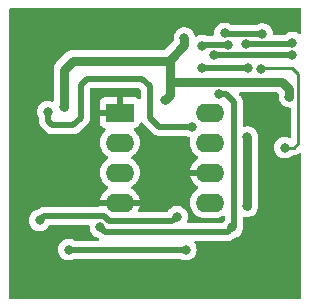
<source format=gbr>
G04 #@! TF.GenerationSoftware,KiCad,Pcbnew,7.0.10*
G04 #@! TF.CreationDate,2024-04-16T19:30:50+12:00*
G04 #@! TF.ProjectId,KiwiEFIvr1815_0.1,4b697769-4546-4497-9672-313831355f30,rev?*
G04 #@! TF.SameCoordinates,Original*
G04 #@! TF.FileFunction,Copper,L2,Bot*
G04 #@! TF.FilePolarity,Positive*
%FSLAX46Y46*%
G04 Gerber Fmt 4.6, Leading zero omitted, Abs format (unit mm)*
G04 Created by KiCad (PCBNEW 7.0.10) date 2024-04-16 19:30:50*
%MOMM*%
%LPD*%
G01*
G04 APERTURE LIST*
G04 #@! TA.AperFunction,ComponentPad*
%ADD10O,2.400000X1.600000*%
G04 #@! TD*
G04 #@! TA.AperFunction,ComponentPad*
%ADD11R,2.400000X1.600000*%
G04 #@! TD*
G04 #@! TA.AperFunction,ViaPad*
%ADD12C,0.800000*%
G04 #@! TD*
G04 #@! TA.AperFunction,Conductor*
%ADD13C,0.500000*%
G04 #@! TD*
G04 #@! TA.AperFunction,Conductor*
%ADD14C,0.800000*%
G04 #@! TD*
G04 #@! TA.AperFunction,Conductor*
%ADD15C,0.250000*%
G04 #@! TD*
G04 APERTURE END LIST*
D10*
X128140000Y-84020000D03*
X120520000Y-91640000D03*
X128140000Y-86560000D03*
X120520000Y-89100000D03*
X128140000Y-89100000D03*
X120520000Y-86560000D03*
X128140000Y-91640000D03*
D11*
X120520000Y-84020000D03*
D12*
X116332000Y-97536000D03*
X113538000Y-76708000D03*
X125984000Y-75946000D03*
X133096000Y-86868000D03*
X113957990Y-97506452D03*
X134239000Y-97028000D03*
X134492997Y-91948000D03*
X125358000Y-92828000D03*
X113728500Y-93154500D03*
X116205000Y-95631000D03*
X126111000Y-95631000D03*
X130048000Y-93726000D03*
X118872000Y-93726000D03*
X128903485Y-82423272D03*
X131318000Y-91948000D03*
X124333000Y-82931000D03*
X134874000Y-82677000D03*
X125984000Y-77724000D03*
X115824000Y-83566000D03*
X131318000Y-86106000D03*
X135128000Y-78105000D03*
X131191000Y-78232000D03*
X126619000Y-85217000D03*
X114427000Y-83947000D03*
X127508000Y-78359000D03*
X129667000Y-78270990D03*
X131399000Y-80264000D03*
X127508000Y-80264000D03*
X132588000Y-77380000D03*
X129402998Y-77306456D03*
X135128000Y-79121000D03*
X128524000Y-79121000D03*
X134493000Y-86995000D03*
X132461000Y-80354000D03*
D13*
X125358000Y-92828000D02*
X124958001Y-93227999D01*
X124958001Y-93227999D02*
X119643999Y-93227999D01*
X119643999Y-93227999D02*
X119170501Y-92754501D01*
X119170501Y-92754501D02*
X114128499Y-92754501D01*
X114128499Y-92754501D02*
X113728500Y-93154500D01*
X116205000Y-95631000D02*
X126111000Y-95631000D01*
X129648001Y-94125999D02*
X130048000Y-93726000D01*
X118872000Y-93726000D02*
X119271999Y-94125999D01*
X119271999Y-94125999D02*
X129648001Y-94125999D01*
X130175000Y-93599000D02*
X130048000Y-93726000D01*
X130175000Y-83129102D02*
X130175000Y-93599000D01*
X128903485Y-82423272D02*
X129469170Y-82423272D01*
X129469170Y-82423272D02*
X130175000Y-83129102D01*
D14*
X124333000Y-82931000D02*
X124732999Y-82531001D01*
X125984000Y-78289685D02*
X124732999Y-79540686D01*
X125984000Y-77724000D02*
X125984000Y-78289685D01*
X124732999Y-79540686D02*
X124732999Y-82060999D01*
X124732999Y-82060999D02*
X124732999Y-82531001D01*
X124732999Y-79774999D02*
X124732999Y-82060999D01*
X124587000Y-79629000D02*
X124732999Y-79774999D01*
X116586000Y-79629000D02*
X124587000Y-79629000D01*
X115824000Y-83566000D02*
X115824000Y-80391000D01*
X115824000Y-80391000D02*
X116586000Y-79629000D01*
X134874000Y-82042000D02*
X134874000Y-82677000D01*
X134239000Y-81407000D02*
X134874000Y-82042000D01*
X124732999Y-82531001D02*
X124732999Y-81407000D01*
X124732999Y-81407000D02*
X134239000Y-81407000D01*
X131318000Y-91948000D02*
X131318000Y-86106000D01*
D15*
X131318000Y-78105000D02*
X131191000Y-78232000D01*
D13*
X123825000Y-85217000D02*
X126619000Y-85217000D01*
X123063000Y-84455000D02*
X123825000Y-85217000D01*
X116586000Y-85090000D02*
X117221000Y-84455000D01*
X117221000Y-84455000D02*
X117221000Y-81661000D01*
X117221000Y-81661000D02*
X117729000Y-81153000D01*
X117729000Y-81153000D02*
X122428000Y-81153000D01*
X123063000Y-81788000D02*
X123063000Y-84455000D01*
X122428000Y-81153000D02*
X123063000Y-81788000D01*
X135001000Y-78232000D02*
X135128000Y-78105000D01*
X131191000Y-78232000D02*
X135001000Y-78232000D01*
X114427000Y-84709000D02*
X114808000Y-85090000D01*
X114427000Y-83947000D02*
X114427000Y-84709000D01*
X114808000Y-85090000D02*
X116586000Y-85090000D01*
X129101315Y-78270990D02*
X129667000Y-78270990D01*
X127508000Y-78359000D02*
X127596010Y-78270990D01*
X127596010Y-78270990D02*
X129101315Y-78270990D01*
X127508000Y-80264000D02*
X131399000Y-80264000D01*
X129476542Y-77380000D02*
X129402998Y-77306456D01*
X132588000Y-77380000D02*
X129476542Y-77380000D01*
X134562315Y-79121000D02*
X135128000Y-79121000D01*
X128524000Y-79121000D02*
X134562315Y-79121000D01*
D15*
X132551000Y-80264000D02*
X132461000Y-80354000D01*
X135128000Y-80264000D02*
X132551000Y-80264000D01*
X135636000Y-80772000D02*
X135128000Y-80264000D01*
X135636000Y-86614000D02*
X135636000Y-80772000D01*
X134493000Y-86995000D02*
X135255000Y-86995000D01*
X135255000Y-86995000D02*
X135636000Y-86614000D01*
G04 #@! TA.AperFunction,Conductor*
G36*
X135832121Y-75204002D02*
G01*
X135878614Y-75257658D01*
X135890000Y-75310000D01*
X135890000Y-77288369D01*
X135869998Y-77356490D01*
X135816342Y-77402983D01*
X135746068Y-77413087D01*
X135689939Y-77390305D01*
X135584752Y-77313882D01*
X135410288Y-77236206D01*
X135223487Y-77196500D01*
X135032513Y-77196500D01*
X134845711Y-77236206D01*
X134671247Y-77313882D01*
X134516749Y-77426131D01*
X134516749Y-77426132D01*
X134516747Y-77426133D01*
X134516747Y-77426134D01*
X134511634Y-77431811D01*
X134451190Y-77469050D01*
X134418000Y-77473500D01*
X133624782Y-77473500D01*
X133556661Y-77453498D01*
X133510168Y-77399842D01*
X133499472Y-77360670D01*
X133498607Y-77352444D01*
X133481542Y-77190072D01*
X133422527Y-77008444D01*
X133327040Y-76843056D01*
X133327038Y-76843054D01*
X133327034Y-76843048D01*
X133199255Y-76701135D01*
X133044752Y-76588882D01*
X132870288Y-76511206D01*
X132683487Y-76471500D01*
X132492513Y-76471500D01*
X132305711Y-76511206D01*
X132131245Y-76588883D01*
X132119476Y-76597435D01*
X132052609Y-76621294D01*
X132045413Y-76621500D01*
X130046809Y-76621500D01*
X129978688Y-76601498D01*
X129972748Y-76597436D01*
X129859750Y-76515338D01*
X129685286Y-76437662D01*
X129498485Y-76397956D01*
X129307511Y-76397956D01*
X129120709Y-76437662D01*
X128946245Y-76515338D01*
X128791742Y-76627591D01*
X128663963Y-76769504D01*
X128663956Y-76769514D01*
X128568474Y-76934894D01*
X128568471Y-76934901D01*
X128509455Y-77116528D01*
X128496877Y-77236206D01*
X128489494Y-77306456D01*
X128494327Y-77352444D01*
X128496522Y-77373319D01*
X128483750Y-77443158D01*
X128435248Y-77495004D01*
X128371212Y-77512490D01*
X127867122Y-77512490D01*
X127815874Y-77501597D01*
X127790290Y-77490206D01*
X127603487Y-77450500D01*
X127412513Y-77450500D01*
X127225711Y-77490206D01*
X127051246Y-77567883D01*
X127048981Y-77569191D01*
X127047504Y-77569549D01*
X127045216Y-77570568D01*
X127045029Y-77570149D01*
X126979985Y-77585928D01*
X126912893Y-77562707D01*
X126869007Y-77506899D01*
X126866149Y-77499008D01*
X126856415Y-77469050D01*
X126818527Y-77352444D01*
X126723040Y-77187056D01*
X126723038Y-77187054D01*
X126723034Y-77187048D01*
X126595255Y-77045135D01*
X126440752Y-76932882D01*
X126266288Y-76855206D01*
X126079487Y-76815500D01*
X125888513Y-76815500D01*
X125701711Y-76855206D01*
X125527247Y-76932882D01*
X125372744Y-77045135D01*
X125244965Y-77187048D01*
X125244958Y-77187058D01*
X125149476Y-77352438D01*
X125149473Y-77352444D01*
X125137171Y-77390305D01*
X125090457Y-77534072D01*
X125070496Y-77724000D01*
X125074810Y-77765045D01*
X125075500Y-77778215D01*
X125075500Y-77861182D01*
X125055498Y-77929303D01*
X125038595Y-77950277D01*
X124305277Y-78683595D01*
X124242965Y-78717621D01*
X124216182Y-78720500D01*
X116667417Y-78720500D01*
X116647707Y-78718949D01*
X116633806Y-78716747D01*
X116568435Y-78720174D01*
X116565518Y-78720327D01*
X116558926Y-78720500D01*
X116538390Y-78720500D01*
X116538385Y-78720500D01*
X116538371Y-78720501D01*
X116517966Y-78722645D01*
X116511398Y-78723162D01*
X116443102Y-78726742D01*
X116443098Y-78726742D01*
X116443097Y-78726743D01*
X116429503Y-78730385D01*
X116410079Y-78733985D01*
X116396072Y-78735457D01*
X116396071Y-78735458D01*
X116331029Y-78756591D01*
X116324707Y-78758463D01*
X116258631Y-78776169D01*
X116258626Y-78776170D01*
X116246084Y-78782561D01*
X116227828Y-78790123D01*
X116214446Y-78794471D01*
X116214442Y-78794473D01*
X116155222Y-78828663D01*
X116149430Y-78831808D01*
X116088469Y-78862871D01*
X116088466Y-78862873D01*
X116077522Y-78871734D01*
X116061249Y-78882918D01*
X116049060Y-78889956D01*
X116049050Y-78889964D01*
X115998221Y-78935728D01*
X115993219Y-78940001D01*
X115977260Y-78952926D01*
X115977255Y-78952931D01*
X115962728Y-78967457D01*
X115957949Y-78971992D01*
X115907134Y-79017746D01*
X115898858Y-79029136D01*
X115886022Y-79044163D01*
X115239163Y-79691022D01*
X115224136Y-79703858D01*
X115212746Y-79712134D01*
X115166992Y-79762949D01*
X115162457Y-79767728D01*
X115147931Y-79782255D01*
X115147926Y-79782260D01*
X115135001Y-79798219D01*
X115130728Y-79803221D01*
X115084964Y-79854050D01*
X115084956Y-79854060D01*
X115077918Y-79866249D01*
X115066734Y-79882522D01*
X115057873Y-79893465D01*
X115057871Y-79893469D01*
X115026815Y-79954420D01*
X115023668Y-79960216D01*
X114989471Y-80019446D01*
X114985119Y-80032840D01*
X114977559Y-80051090D01*
X114971173Y-80063623D01*
X114971172Y-80063627D01*
X114953472Y-80129678D01*
X114951600Y-80135996D01*
X114930458Y-80201070D01*
X114928985Y-80215079D01*
X114925384Y-80234509D01*
X114921742Y-80248102D01*
X114918162Y-80316398D01*
X114917645Y-80322966D01*
X114915501Y-80343371D01*
X114915500Y-80343398D01*
X114915500Y-80363924D01*
X114915327Y-80370519D01*
X114911747Y-80438808D01*
X114913949Y-80452706D01*
X114915500Y-80472417D01*
X114915500Y-82975994D01*
X114895498Y-83044115D01*
X114841842Y-83090608D01*
X114771568Y-83100712D01*
X114738252Y-83091101D01*
X114709290Y-83078206D01*
X114522487Y-83038500D01*
X114331513Y-83038500D01*
X114144711Y-83078206D01*
X113970247Y-83155882D01*
X113815744Y-83268135D01*
X113687965Y-83410048D01*
X113687958Y-83410058D01*
X113592476Y-83575438D01*
X113592473Y-83575444D01*
X113581289Y-83609864D01*
X113533457Y-83757072D01*
X113513496Y-83947000D01*
X113533457Y-84136927D01*
X113569576Y-84248087D01*
X113592473Y-84318556D01*
X113651619Y-84421000D01*
X113668500Y-84483999D01*
X113668500Y-84644559D01*
X113667170Y-84662819D01*
X113663659Y-84686786D01*
X113663659Y-84686795D01*
X113668020Y-84736633D01*
X113668500Y-84747616D01*
X113668500Y-84753185D01*
X113672135Y-84784289D01*
X113672507Y-84787932D01*
X113679111Y-84863418D01*
X113680596Y-84870606D01*
X113680531Y-84870619D01*
X113682165Y-84877989D01*
X113682229Y-84877975D01*
X113683921Y-84885116D01*
X113709846Y-84956342D01*
X113711049Y-84959804D01*
X113734884Y-85031735D01*
X113737987Y-85038388D01*
X113737926Y-85038416D01*
X113741211Y-85045202D01*
X113741270Y-85045173D01*
X113744563Y-85051730D01*
X113786232Y-85115084D01*
X113788171Y-85118127D01*
X113825325Y-85178362D01*
X113827972Y-85182654D01*
X113832522Y-85188408D01*
X113832468Y-85188450D01*
X113837228Y-85194292D01*
X113837279Y-85194250D01*
X113841997Y-85199872D01*
X113897155Y-85251911D01*
X113899784Y-85254465D01*
X114226092Y-85580773D01*
X114238065Y-85594627D01*
X114252531Y-85614058D01*
X114290874Y-85646231D01*
X114298967Y-85653648D01*
X114302899Y-85657580D01*
X114327452Y-85676994D01*
X114330284Y-85679300D01*
X114388360Y-85728032D01*
X114388366Y-85728035D01*
X114394495Y-85732067D01*
X114394457Y-85732123D01*
X114400813Y-85736172D01*
X114400849Y-85736115D01*
X114407094Y-85739967D01*
X114475841Y-85772023D01*
X114479011Y-85773557D01*
X114546812Y-85807609D01*
X114546814Y-85807609D01*
X114553707Y-85810118D01*
X114553684Y-85810180D01*
X114560810Y-85812657D01*
X114560831Y-85812595D01*
X114567793Y-85814902D01*
X114642052Y-85830234D01*
X114645544Y-85831008D01*
X114719344Y-85848500D01*
X114719346Y-85848500D01*
X114726632Y-85849352D01*
X114726624Y-85849418D01*
X114734122Y-85850184D01*
X114734128Y-85850118D01*
X114741435Y-85850756D01*
X114741442Y-85850758D01*
X114816185Y-85848583D01*
X114817224Y-85848553D01*
X114820888Y-85848500D01*
X116521559Y-85848500D01*
X116539819Y-85849830D01*
X116545489Y-85850660D01*
X116563789Y-85853341D01*
X116613646Y-85848978D01*
X116624627Y-85848500D01*
X116630175Y-85848500D01*
X116630180Y-85848500D01*
X116661287Y-85844863D01*
X116664889Y-85844495D01*
X116740426Y-85837887D01*
X116740430Y-85837885D01*
X116747618Y-85836402D01*
X116747631Y-85836468D01*
X116754987Y-85834836D01*
X116754972Y-85834771D01*
X116762102Y-85833080D01*
X116762113Y-85833079D01*
X116833400Y-85807132D01*
X116836769Y-85805961D01*
X116908738Y-85782114D01*
X116908747Y-85782108D01*
X116915389Y-85779012D01*
X116915418Y-85779074D01*
X116922203Y-85775789D01*
X116922173Y-85775729D01*
X116928724Y-85772437D01*
X116928732Y-85772435D01*
X116992091Y-85730761D01*
X116995161Y-85728806D01*
X116996418Y-85728031D01*
X117059651Y-85689030D01*
X117059659Y-85689021D01*
X117065408Y-85684477D01*
X117065450Y-85684531D01*
X117071289Y-85679775D01*
X117071246Y-85679723D01*
X117076864Y-85675007D01*
X117076874Y-85675001D01*
X117128961Y-85619790D01*
X117131448Y-85617231D01*
X117711778Y-85036901D01*
X117725617Y-85024941D01*
X117745058Y-85010469D01*
X117777227Y-84972130D01*
X117784645Y-84964034D01*
X117788581Y-84960100D01*
X117808025Y-84935507D01*
X117810265Y-84932757D01*
X117859032Y-84874640D01*
X117859033Y-84874636D01*
X117859036Y-84874634D01*
X117863070Y-84868502D01*
X117863127Y-84868539D01*
X117867171Y-84862191D01*
X117867112Y-84862155D01*
X117870965Y-84855907D01*
X117870967Y-84855905D01*
X117903035Y-84787132D01*
X117904557Y-84783989D01*
X117938609Y-84716188D01*
X117938609Y-84716184D01*
X117938611Y-84716182D01*
X117941119Y-84709291D01*
X117941184Y-84709314D01*
X117943658Y-84702197D01*
X117943594Y-84702176D01*
X117945903Y-84695207D01*
X117961238Y-84620936D01*
X117962022Y-84617397D01*
X117979500Y-84543656D01*
X117979500Y-84543655D01*
X117980352Y-84536368D01*
X117980419Y-84536375D01*
X117981185Y-84528877D01*
X117981119Y-84528872D01*
X117981757Y-84521565D01*
X117981759Y-84521558D01*
X117979553Y-84445740D01*
X117979500Y-84442076D01*
X117979500Y-82037500D01*
X117999502Y-81969379D01*
X118053158Y-81922886D01*
X118105500Y-81911500D01*
X122061629Y-81911500D01*
X122129750Y-81931502D01*
X122150724Y-81948405D01*
X122267595Y-82065276D01*
X122301621Y-82127588D01*
X122304500Y-82154371D01*
X122304500Y-82774543D01*
X122284498Y-82842664D01*
X122230842Y-82889157D01*
X122160568Y-82899261D01*
X122095988Y-82869767D01*
X122089706Y-82863038D01*
X122089277Y-82863468D01*
X122082906Y-82857097D01*
X121965965Y-82769555D01*
X121829093Y-82718505D01*
X121768597Y-82712000D01*
X120774000Y-82712000D01*
X120774000Y-83708314D01*
X120758045Y-83692359D01*
X120645148Y-83634835D01*
X120551481Y-83620000D01*
X120488519Y-83620000D01*
X120394852Y-83634835D01*
X120281955Y-83692359D01*
X120266000Y-83708314D01*
X120266000Y-82712000D01*
X119271402Y-82712000D01*
X119210906Y-82718505D01*
X119074035Y-82769555D01*
X119074034Y-82769555D01*
X118957095Y-82857095D01*
X118869555Y-82974034D01*
X118869555Y-82974035D01*
X118818505Y-83110906D01*
X118812000Y-83171402D01*
X118812000Y-83766000D01*
X120208314Y-83766000D01*
X120192359Y-83781955D01*
X120134835Y-83894852D01*
X120115014Y-84020000D01*
X120134835Y-84145148D01*
X120192359Y-84258045D01*
X120208314Y-84274000D01*
X118812000Y-84274000D01*
X118812000Y-84868597D01*
X118818505Y-84929093D01*
X118869555Y-85065964D01*
X118869555Y-85065965D01*
X118957095Y-85182904D01*
X119074034Y-85270444D01*
X119210905Y-85321494D01*
X119220825Y-85322561D01*
X119286417Y-85349731D01*
X119326907Y-85408049D01*
X119329441Y-85479001D01*
X119293213Y-85540058D01*
X119279633Y-85551047D01*
X119275707Y-85553795D01*
X119275697Y-85553804D01*
X119113804Y-85715697D01*
X119113799Y-85715703D01*
X118982477Y-85903250D01*
X118885717Y-86110753D01*
X118885715Y-86110759D01*
X118830685Y-86316134D01*
X118826457Y-86331913D01*
X118806502Y-86560000D01*
X118826457Y-86788087D01*
X118842795Y-86849060D01*
X118885715Y-87009240D01*
X118885717Y-87009246D01*
X118897153Y-87033770D01*
X118982477Y-87216749D01*
X119113802Y-87404300D01*
X119275700Y-87566198D01*
X119463251Y-87697523D01*
X119498359Y-87713894D01*
X119502457Y-87715805D01*
X119555742Y-87762722D01*
X119575203Y-87830999D01*
X119554661Y-87898959D01*
X119502457Y-87944195D01*
X119463250Y-87962477D01*
X119275703Y-88093799D01*
X119275697Y-88093804D01*
X119113804Y-88255697D01*
X119113799Y-88255703D01*
X118982477Y-88443250D01*
X118885717Y-88650753D01*
X118885715Y-88650759D01*
X118833400Y-88846000D01*
X118826457Y-88871913D01*
X118806502Y-89100000D01*
X118826457Y-89328087D01*
X118885716Y-89549243D01*
X118982477Y-89756749D01*
X119113802Y-89944300D01*
X119275700Y-90106198D01*
X119463251Y-90237523D01*
X119503045Y-90256079D01*
X119503047Y-90256080D01*
X119556332Y-90302996D01*
X119575794Y-90371273D01*
X119555253Y-90439233D01*
X119503051Y-90484468D01*
X119463504Y-90502910D01*
X119276025Y-90634184D01*
X119276019Y-90634189D01*
X119114189Y-90796019D01*
X119114184Y-90796025D01*
X118982912Y-90983501D01*
X118886188Y-91190926D01*
X118886186Y-91190931D01*
X118833917Y-91386000D01*
X120208314Y-91386000D01*
X120192359Y-91401955D01*
X120134835Y-91514852D01*
X120115014Y-91640000D01*
X120134835Y-91765148D01*
X120192359Y-91878045D01*
X120208314Y-91894000D01*
X118833917Y-91894000D01*
X118796091Y-91943296D01*
X118794331Y-91941945D01*
X118777253Y-91967172D01*
X118711986Y-91995112D01*
X118697042Y-91996001D01*
X114192940Y-91996001D01*
X114174680Y-91994671D01*
X114150711Y-91991160D01*
X114150710Y-91991160D01*
X114110580Y-91994671D01*
X114100853Y-91995522D01*
X114089872Y-91996001D01*
X114084315Y-91996001D01*
X114053212Y-91999636D01*
X114049569Y-92000008D01*
X113974074Y-92006613D01*
X113966888Y-92008097D01*
X113966875Y-92008034D01*
X113959502Y-92009669D01*
X113959517Y-92009732D01*
X113952380Y-92011423D01*
X113881132Y-92037354D01*
X113877675Y-92038556D01*
X113832916Y-92053388D01*
X113805761Y-92062387D01*
X113805759Y-92062387D01*
X113805759Y-92062388D01*
X113799111Y-92065488D01*
X113799082Y-92065427D01*
X113792291Y-92068715D01*
X113792321Y-92068774D01*
X113785768Y-92072064D01*
X113722419Y-92113730D01*
X113719329Y-92115698D01*
X113654850Y-92155469D01*
X113649087Y-92160026D01*
X113649046Y-92159974D01*
X113643203Y-92164734D01*
X113643245Y-92164784D01*
X113637627Y-92169497D01*
X113585586Y-92224657D01*
X113583033Y-92227284D01*
X113572167Y-92238150D01*
X113509855Y-92272176D01*
X113509272Y-92272301D01*
X113446212Y-92285706D01*
X113271749Y-92363381D01*
X113271748Y-92363382D01*
X113117244Y-92475635D01*
X112989465Y-92617548D01*
X112989458Y-92617558D01*
X112893976Y-92782938D01*
X112893973Y-92782945D01*
X112834957Y-92964572D01*
X112814996Y-93154500D01*
X112834957Y-93344427D01*
X112838212Y-93354444D01*
X112893973Y-93526056D01*
X112893976Y-93526061D01*
X112989458Y-93691441D01*
X112989465Y-93691451D01*
X113117244Y-93833364D01*
X113117247Y-93833366D01*
X113271748Y-93945618D01*
X113446212Y-94023294D01*
X113633013Y-94063000D01*
X113823987Y-94063000D01*
X114010788Y-94023294D01*
X114185252Y-93945618D01*
X114339753Y-93833366D01*
X114467540Y-93691444D01*
X114534192Y-93576000D01*
X114585575Y-93527007D01*
X114643311Y-93513001D01*
X117840946Y-93513001D01*
X117909067Y-93533003D01*
X117955560Y-93586659D01*
X117966256Y-93652172D01*
X117958496Y-93726000D01*
X117978457Y-93915927D01*
X118008526Y-94008470D01*
X118037473Y-94097556D01*
X118037476Y-94097561D01*
X118132958Y-94262941D01*
X118132965Y-94262951D01*
X118260744Y-94404864D01*
X118260747Y-94404866D01*
X118415248Y-94517118D01*
X118589712Y-94594794D01*
X118638787Y-94605225D01*
X118645005Y-94606547D01*
X118707479Y-94640276D01*
X118711409Y-94644801D01*
X118711495Y-94644721D01*
X118721567Y-94655397D01*
X118720629Y-94656281D01*
X118755763Y-94709092D01*
X118756887Y-94780080D01*
X118719454Y-94840406D01*
X118655348Y-94870918D01*
X118635444Y-94872500D01*
X116747587Y-94872500D01*
X116679466Y-94852498D01*
X116673524Y-94848435D01*
X116661754Y-94839883D01*
X116605890Y-94815011D01*
X116487288Y-94762206D01*
X116300487Y-94722500D01*
X116109513Y-94722500D01*
X115922711Y-94762206D01*
X115748247Y-94839882D01*
X115593744Y-94952135D01*
X115465965Y-95094048D01*
X115465958Y-95094058D01*
X115370476Y-95259438D01*
X115370473Y-95259445D01*
X115311457Y-95441072D01*
X115291496Y-95631000D01*
X115311457Y-95820927D01*
X115341526Y-95913470D01*
X115370473Y-96002556D01*
X115370476Y-96002561D01*
X115465958Y-96167941D01*
X115465965Y-96167951D01*
X115593744Y-96309864D01*
X115593747Y-96309866D01*
X115748248Y-96422118D01*
X115922712Y-96499794D01*
X116109513Y-96539500D01*
X116300487Y-96539500D01*
X116487288Y-96499794D01*
X116661752Y-96422118D01*
X116673524Y-96413564D01*
X116740391Y-96389706D01*
X116747587Y-96389500D01*
X125568413Y-96389500D01*
X125636534Y-96409502D01*
X125642471Y-96413562D01*
X125654248Y-96422118D01*
X125828712Y-96499794D01*
X126015513Y-96539500D01*
X126206487Y-96539500D01*
X126393288Y-96499794D01*
X126567752Y-96422118D01*
X126722253Y-96309866D01*
X126850040Y-96167944D01*
X126945527Y-96002556D01*
X127004542Y-95820928D01*
X127024504Y-95631000D01*
X127004542Y-95441072D01*
X126945527Y-95259444D01*
X126850040Y-95094056D01*
X126850037Y-95094053D01*
X126846157Y-95088712D01*
X126847369Y-95087831D01*
X126820001Y-95030797D01*
X126828767Y-94960344D01*
X126874232Y-94905815D01*
X126941961Y-94884522D01*
X126944355Y-94884499D01*
X129583560Y-94884499D01*
X129601820Y-94885829D01*
X129607490Y-94886659D01*
X129625790Y-94889340D01*
X129675647Y-94884977D01*
X129686628Y-94884499D01*
X129692176Y-94884499D01*
X129692181Y-94884499D01*
X129723288Y-94880862D01*
X129726890Y-94880494D01*
X129802427Y-94873886D01*
X129802431Y-94873884D01*
X129809619Y-94872401D01*
X129809632Y-94872467D01*
X129816988Y-94870835D01*
X129816973Y-94870770D01*
X129824103Y-94869079D01*
X129824114Y-94869078D01*
X129895401Y-94843131D01*
X129898770Y-94841960D01*
X129970739Y-94818113D01*
X129970748Y-94818107D01*
X129977390Y-94815011D01*
X129977419Y-94815073D01*
X129984204Y-94811788D01*
X129984174Y-94811728D01*
X129990725Y-94808436D01*
X129990733Y-94808434D01*
X130054092Y-94766760D01*
X130057162Y-94764805D01*
X130061376Y-94762206D01*
X130121652Y-94725029D01*
X130121660Y-94725020D01*
X130127409Y-94720476D01*
X130127451Y-94720530D01*
X130133290Y-94715774D01*
X130133247Y-94715722D01*
X130138865Y-94711006D01*
X130138875Y-94711000D01*
X130190962Y-94655789D01*
X130193449Y-94653230D01*
X130204332Y-94642347D01*
X130266642Y-94608323D01*
X130266999Y-94608246D01*
X130330288Y-94594794D01*
X130504752Y-94517118D01*
X130659253Y-94404866D01*
X130787040Y-94262944D01*
X130882527Y-94097556D01*
X130941542Y-93915928D01*
X130961504Y-93726000D01*
X130941542Y-93536072D01*
X130939667Y-93530301D01*
X130933500Y-93491364D01*
X130933500Y-92950665D01*
X130953502Y-92882544D01*
X131007158Y-92836051D01*
X131077432Y-92825947D01*
X131085698Y-92827419D01*
X131222509Y-92856500D01*
X131222513Y-92856500D01*
X131413487Y-92856500D01*
X131600288Y-92816794D01*
X131774752Y-92739118D01*
X131929253Y-92626866D01*
X131937643Y-92617548D01*
X132057034Y-92484951D01*
X132057035Y-92484949D01*
X132057040Y-92484944D01*
X132152527Y-92319556D01*
X132211542Y-92137928D01*
X132219482Y-92062387D01*
X132226500Y-91995611D01*
X132226968Y-91991160D01*
X132231504Y-91948000D01*
X132227190Y-91906954D01*
X132226500Y-91893784D01*
X132226500Y-86160215D01*
X132227190Y-86147045D01*
X132231504Y-86106000D01*
X132211542Y-85916072D01*
X132152527Y-85734444D01*
X132057040Y-85569056D01*
X132057038Y-85569054D01*
X132057034Y-85569048D01*
X131929255Y-85427135D01*
X131774752Y-85314882D01*
X131600288Y-85237206D01*
X131413487Y-85197500D01*
X131222513Y-85197500D01*
X131085697Y-85226581D01*
X131014906Y-85221179D01*
X130958274Y-85178362D01*
X130933780Y-85111724D01*
X130933500Y-85103334D01*
X130933500Y-83193537D01*
X130934831Y-83175274D01*
X130937207Y-83159053D01*
X130938341Y-83151313D01*
X130933979Y-83101453D01*
X130933500Y-83090473D01*
X130933500Y-83084927D01*
X130933500Y-83084922D01*
X130929863Y-83053814D01*
X130929492Y-83050182D01*
X130922887Y-82974675D01*
X130922886Y-82974671D01*
X130921403Y-82967489D01*
X130921469Y-82967475D01*
X130919839Y-82960121D01*
X130919773Y-82960137D01*
X130918079Y-82952992D01*
X130918079Y-82952989D01*
X130892137Y-82881714D01*
X130890963Y-82878336D01*
X130888498Y-82870898D01*
X130867114Y-82806363D01*
X130867112Y-82806360D01*
X130864014Y-82799717D01*
X130864076Y-82799688D01*
X130860787Y-82792895D01*
X130860727Y-82792926D01*
X130857433Y-82786366D01*
X130840424Y-82760506D01*
X130815741Y-82722977D01*
X130813831Y-82719978D01*
X130774029Y-82655451D01*
X130774026Y-82655448D01*
X130769483Y-82649703D01*
X130769536Y-82649660D01*
X130764768Y-82643807D01*
X130764718Y-82643850D01*
X130759998Y-82638225D01*
X130704845Y-82586190D01*
X130702217Y-82583637D01*
X130649175Y-82530595D01*
X130615149Y-82468283D01*
X130620214Y-82397468D01*
X130662761Y-82340632D01*
X130729281Y-82315821D01*
X130738270Y-82315500D01*
X133810497Y-82315500D01*
X133878618Y-82335502D01*
X133899592Y-82352405D01*
X133928595Y-82381408D01*
X133962621Y-82443720D01*
X133965500Y-82470503D01*
X133965500Y-82622784D01*
X133964810Y-82635954D01*
X133960496Y-82676999D01*
X133965500Y-82724611D01*
X133980457Y-82866927D01*
X134008421Y-82952989D01*
X134039473Y-83048556D01*
X134060469Y-83084922D01*
X134134958Y-83213941D01*
X134134965Y-83213951D01*
X134262744Y-83355864D01*
X134323999Y-83400368D01*
X134417248Y-83468118D01*
X134591712Y-83545794D01*
X134778513Y-83585500D01*
X134876500Y-83585500D01*
X134944621Y-83605502D01*
X134991114Y-83659158D01*
X135002500Y-83711500D01*
X135002500Y-86033344D01*
X134982498Y-86101465D01*
X134928842Y-86147958D01*
X134858568Y-86158062D01*
X134825251Y-86148451D01*
X134775288Y-86126206D01*
X134588487Y-86086500D01*
X134397513Y-86086500D01*
X134210711Y-86126206D01*
X134036247Y-86203882D01*
X133881744Y-86316135D01*
X133753965Y-86458048D01*
X133753958Y-86458058D01*
X133658476Y-86623438D01*
X133658473Y-86623445D01*
X133599457Y-86805072D01*
X133579496Y-86995000D01*
X133599457Y-87184927D01*
X133609797Y-87216749D01*
X133658473Y-87366556D01*
X133658476Y-87366561D01*
X133753958Y-87531941D01*
X133753965Y-87531951D01*
X133881744Y-87673864D01*
X133914308Y-87697523D01*
X134036248Y-87786118D01*
X134210712Y-87863794D01*
X134397513Y-87903500D01*
X134588487Y-87903500D01*
X134775288Y-87863794D01*
X134949752Y-87786118D01*
X135104253Y-87673866D01*
X135105643Y-87672321D01*
X135106674Y-87671686D01*
X135109163Y-87669446D01*
X135109572Y-87669900D01*
X135166086Y-87635078D01*
X135195321Y-87630689D01*
X135257525Y-87628733D01*
X135262988Y-87628562D01*
X135266945Y-87628500D01*
X135294851Y-87628500D01*
X135294856Y-87628500D01*
X135298867Y-87627992D01*
X135310699Y-87627061D01*
X135354889Y-87625673D01*
X135374347Y-87620019D01*
X135393694Y-87616013D01*
X135413797Y-87613474D01*
X135454910Y-87597195D01*
X135466130Y-87593353D01*
X135490913Y-87586154D01*
X135508591Y-87581019D01*
X135508595Y-87581017D01*
X135526026Y-87570708D01*
X135543780Y-87562009D01*
X135562617Y-87554552D01*
X135598392Y-87528558D01*
X135608298Y-87522051D01*
X135646362Y-87499542D01*
X135660685Y-87485218D01*
X135675714Y-87472381D01*
X135689944Y-87462043D01*
X135756811Y-87438188D01*
X135825962Y-87454271D01*
X135875440Y-87505187D01*
X135890000Y-87563983D01*
X135890000Y-99696000D01*
X135869998Y-99764121D01*
X135816342Y-99810614D01*
X135764000Y-99822000D01*
X111251000Y-99822000D01*
X111182879Y-99801998D01*
X111136386Y-99748342D01*
X111125000Y-99696000D01*
X111125000Y-75310000D01*
X111145002Y-75241879D01*
X111198658Y-75195386D01*
X111251000Y-75184000D01*
X135764000Y-75184000D01*
X135832121Y-75204002D01*
G37*
G04 #@! TD.AperFunction*
G04 #@! TA.AperFunction,Conductor*
G36*
X122401371Y-84858687D02*
G01*
X122448226Y-84903127D01*
X122463968Y-84928648D01*
X122468522Y-84934408D01*
X122468468Y-84934450D01*
X122473228Y-84940292D01*
X122473279Y-84940250D01*
X122477997Y-84945872D01*
X122477998Y-84945873D01*
X122477999Y-84945874D01*
X122505837Y-84972138D01*
X122533155Y-84997911D01*
X122535784Y-85000465D01*
X123243092Y-85707773D01*
X123255065Y-85721627D01*
X123264602Y-85734438D01*
X123269531Y-85741058D01*
X123307874Y-85773231D01*
X123315967Y-85780648D01*
X123319900Y-85784581D01*
X123319903Y-85784583D01*
X123344455Y-85803997D01*
X123347295Y-85806311D01*
X123405355Y-85855028D01*
X123405360Y-85855032D01*
X123405364Y-85855034D01*
X123411495Y-85859067D01*
X123411458Y-85859122D01*
X123417811Y-85863169D01*
X123417847Y-85863113D01*
X123424092Y-85866965D01*
X123424095Y-85866967D01*
X123492786Y-85898998D01*
X123496084Y-85900595D01*
X123501371Y-85903250D01*
X123563812Y-85934609D01*
X123563814Y-85934609D01*
X123570713Y-85937121D01*
X123570689Y-85937185D01*
X123577805Y-85939659D01*
X123577827Y-85939595D01*
X123584791Y-85941903D01*
X123659063Y-85957238D01*
X123662630Y-85958029D01*
X123736344Y-85975500D01*
X123736351Y-85975500D01*
X123743633Y-85976352D01*
X123743625Y-85976419D01*
X123751122Y-85977185D01*
X123751128Y-85977119D01*
X123758435Y-85977757D01*
X123758442Y-85977759D01*
X123833189Y-85975584D01*
X123834259Y-85975553D01*
X123837923Y-85975500D01*
X126076413Y-85975500D01*
X126144534Y-85995502D01*
X126150471Y-85999562D01*
X126162248Y-86008118D01*
X126336712Y-86085794D01*
X126373061Y-86093520D01*
X126435534Y-86127248D01*
X126469856Y-86189398D01*
X126468571Y-86249377D01*
X126446458Y-86331907D01*
X126446457Y-86331910D01*
X126446457Y-86331913D01*
X126426502Y-86560000D01*
X126446457Y-86788087D01*
X126462795Y-86849060D01*
X126505715Y-87009240D01*
X126505717Y-87009246D01*
X126517153Y-87033770D01*
X126602477Y-87216749D01*
X126733802Y-87404300D01*
X126895700Y-87566198D01*
X127083251Y-87697523D01*
X127122457Y-87715805D01*
X127123047Y-87716080D01*
X127176332Y-87762996D01*
X127195794Y-87831273D01*
X127175253Y-87899233D01*
X127123051Y-87944468D01*
X127083504Y-87962910D01*
X126896025Y-88094184D01*
X126896019Y-88094189D01*
X126734189Y-88256019D01*
X126734184Y-88256025D01*
X126602912Y-88443501D01*
X126506188Y-88650926D01*
X126506186Y-88650931D01*
X126453917Y-88846000D01*
X127828314Y-88846000D01*
X127812359Y-88861955D01*
X127754835Y-88974852D01*
X127735014Y-89100000D01*
X127754835Y-89225148D01*
X127812359Y-89338045D01*
X127828314Y-89354000D01*
X126453918Y-89354000D01*
X126506186Y-89549068D01*
X126506188Y-89549073D01*
X126602912Y-89756498D01*
X126734184Y-89943974D01*
X126734189Y-89943980D01*
X126896019Y-90105810D01*
X126896025Y-90105815D01*
X127083503Y-90237089D01*
X127123049Y-90255530D01*
X127176334Y-90302447D01*
X127195794Y-90370724D01*
X127175252Y-90438684D01*
X127123049Y-90483918D01*
X127083252Y-90502475D01*
X126895703Y-90633799D01*
X126895697Y-90633804D01*
X126733804Y-90795697D01*
X126733799Y-90795703D01*
X126602477Y-90983250D01*
X126505717Y-91190753D01*
X126505715Y-91190759D01*
X126453400Y-91386000D01*
X126446457Y-91411913D01*
X126426502Y-91640000D01*
X126446457Y-91868087D01*
X126473007Y-91967172D01*
X126505715Y-92089240D01*
X126505717Y-92089246D01*
X126602477Y-92296749D01*
X126727734Y-92475635D01*
X126733802Y-92484300D01*
X126895700Y-92646198D01*
X127083251Y-92777523D01*
X127290757Y-92874284D01*
X127511913Y-92933543D01*
X127682873Y-92948500D01*
X127682880Y-92948500D01*
X128597120Y-92948500D01*
X128597127Y-92948500D01*
X128768087Y-92933543D01*
X128989243Y-92874284D01*
X129196749Y-92777523D01*
X129218229Y-92762482D01*
X129285501Y-92739794D01*
X129354362Y-92757078D01*
X129402947Y-92808847D01*
X129416500Y-92865695D01*
X129416500Y-93021253D01*
X129396498Y-93089374D01*
X129384137Y-93105563D01*
X129308957Y-93189059D01*
X129242308Y-93304499D01*
X129190925Y-93353492D01*
X129133189Y-93367499D01*
X126311383Y-93367499D01*
X126243262Y-93347497D01*
X126196769Y-93293841D01*
X126186665Y-93223567D01*
X126191550Y-93202562D01*
X126192527Y-93199556D01*
X126251542Y-93017928D01*
X126271504Y-92828000D01*
X126251542Y-92638072D01*
X126192527Y-92456444D01*
X126097040Y-92291056D01*
X126097038Y-92291054D01*
X126097034Y-92291048D01*
X125969255Y-92149135D01*
X125814752Y-92036882D01*
X125640288Y-91959206D01*
X125453487Y-91919500D01*
X125262513Y-91919500D01*
X125075711Y-91959206D01*
X124901247Y-92036882D01*
X124746744Y-92149135D01*
X124618965Y-92291048D01*
X124618961Y-92291054D01*
X124618960Y-92291056D01*
X124602503Y-92319561D01*
X124552308Y-92406500D01*
X124500925Y-92455493D01*
X124443189Y-92469499D01*
X122174197Y-92469499D01*
X122106076Y-92449497D01*
X122059583Y-92395841D01*
X122049479Y-92325567D01*
X122060002Y-92290249D01*
X122153811Y-92089073D01*
X122153813Y-92089068D01*
X122206082Y-91894000D01*
X120831686Y-91894000D01*
X120847641Y-91878045D01*
X120905165Y-91765148D01*
X120924986Y-91640000D01*
X120905165Y-91514852D01*
X120847641Y-91401955D01*
X120831686Y-91386000D01*
X122206082Y-91386000D01*
X122153813Y-91190931D01*
X122153811Y-91190926D01*
X122057087Y-90983501D01*
X121925815Y-90796025D01*
X121925810Y-90796019D01*
X121763980Y-90634189D01*
X121763974Y-90634184D01*
X121576497Y-90502911D01*
X121536949Y-90484469D01*
X121483665Y-90437551D01*
X121464205Y-90369273D01*
X121484748Y-90301314D01*
X121536950Y-90256081D01*
X121576749Y-90237523D01*
X121764300Y-90106198D01*
X121926198Y-89944300D01*
X122057523Y-89756749D01*
X122154284Y-89549243D01*
X122213543Y-89328087D01*
X122233498Y-89100000D01*
X122213543Y-88871913D01*
X122154284Y-88650757D01*
X122057523Y-88443251D01*
X121926198Y-88255700D01*
X121764300Y-88093802D01*
X121576749Y-87962477D01*
X121537543Y-87944195D01*
X121484258Y-87897279D01*
X121464796Y-87829002D01*
X121485337Y-87761042D01*
X121537543Y-87715805D01*
X121539997Y-87714660D01*
X121576749Y-87697523D01*
X121764300Y-87566198D01*
X121926198Y-87404300D01*
X122057523Y-87216749D01*
X122154284Y-87009243D01*
X122213543Y-86788087D01*
X122233498Y-86560000D01*
X122213543Y-86331913D01*
X122154284Y-86110757D01*
X122057523Y-85903251D01*
X121926198Y-85715700D01*
X121764300Y-85553802D01*
X121764290Y-85553795D01*
X121760372Y-85551051D01*
X121716044Y-85495594D01*
X121708736Y-85424974D01*
X121740768Y-85361614D01*
X121801969Y-85325630D01*
X121819175Y-85322561D01*
X121829093Y-85321494D01*
X121965964Y-85270444D01*
X121965965Y-85270444D01*
X122082904Y-85182904D01*
X122170444Y-85065965D01*
X122222930Y-84925243D01*
X122265476Y-84868407D01*
X122331997Y-84843596D01*
X122401371Y-84858687D01*
G37*
G04 #@! TD.AperFunction*
M02*

</source>
